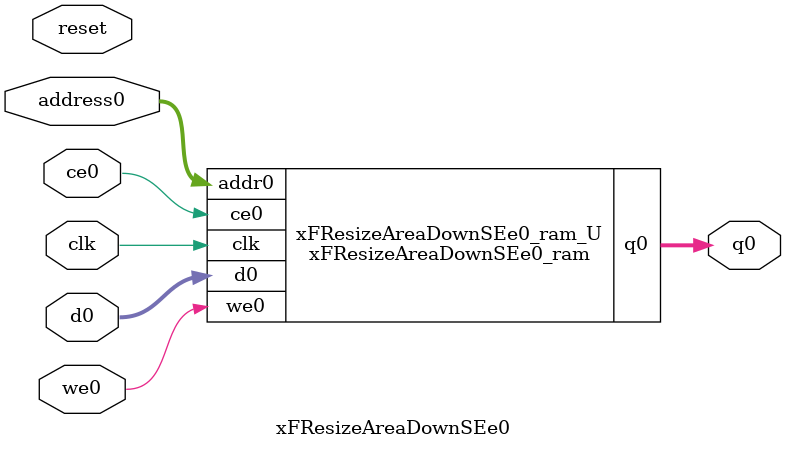
<source format=v>
`timescale 1 ns / 1 ps
module xFResizeAreaDownSEe0_ram (addr0, ce0, d0, we0, q0,  clk);

parameter DWIDTH = 16;
parameter AWIDTH = 9;
parameter MEM_SIZE = 360;

input[AWIDTH-1:0] addr0;
input ce0;
input[DWIDTH-1:0] d0;
input we0;
output reg[DWIDTH-1:0] q0;
input clk;

(* ram_style = "block" *)reg [DWIDTH-1:0] ram[0:MEM_SIZE-1];




always @(posedge clk)  
begin 
    if (ce0) 
    begin
        if (we0) 
        begin 
            ram[addr0] <= d0; 
        end 
        q0 <= ram[addr0];
    end
end


endmodule

`timescale 1 ns / 1 ps
module xFResizeAreaDownSEe0(
    reset,
    clk,
    address0,
    ce0,
    we0,
    d0,
    q0);

parameter DataWidth = 32'd16;
parameter AddressRange = 32'd360;
parameter AddressWidth = 32'd9;
input reset;
input clk;
input[AddressWidth - 1:0] address0;
input ce0;
input we0;
input[DataWidth - 1:0] d0;
output[DataWidth - 1:0] q0;



xFResizeAreaDownSEe0_ram xFResizeAreaDownSEe0_ram_U(
    .clk( clk ),
    .addr0( address0 ),
    .ce0( ce0 ),
    .we0( we0 ),
    .d0( d0 ),
    .q0( q0 ));

endmodule


</source>
